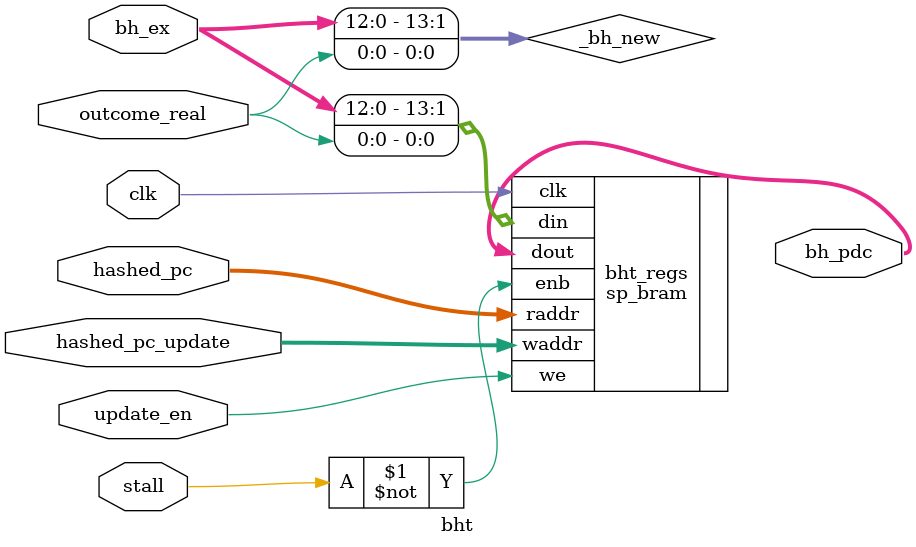
<source format=v>
module bht#(
    parameter k_width = 14,
              bh_width = 14
)(
    input clk,
    input stall,
    //query
    input [k_width-1:0]hashed_pc,//hash(pc)
    output [bh_width-1:0]bh_pdc,
    //update
    input [k_width-1:0]hashed_pc_update,
    input outcome_real,
    input [bh_width-1:0]bh_ex,
    input update_en
);
    wire[k_width-1:0] _bh_new;

    assign _bh_new={bh_ex[bh_width-2:0],outcome_real};

    sp_bram#(
        .ADDR_WIDTH(k_width),
        .DATA_WIDTH(bh_width)
    )
    bht_regs(
        .clk(clk),
        .raddr(hashed_pc),
        .dout(bh_pdc),
        .enb(~stall),
        .waddr(hashed_pc_update),
        .din(_bh_new),
        .we(update_en)
    );
endmodule
</source>
